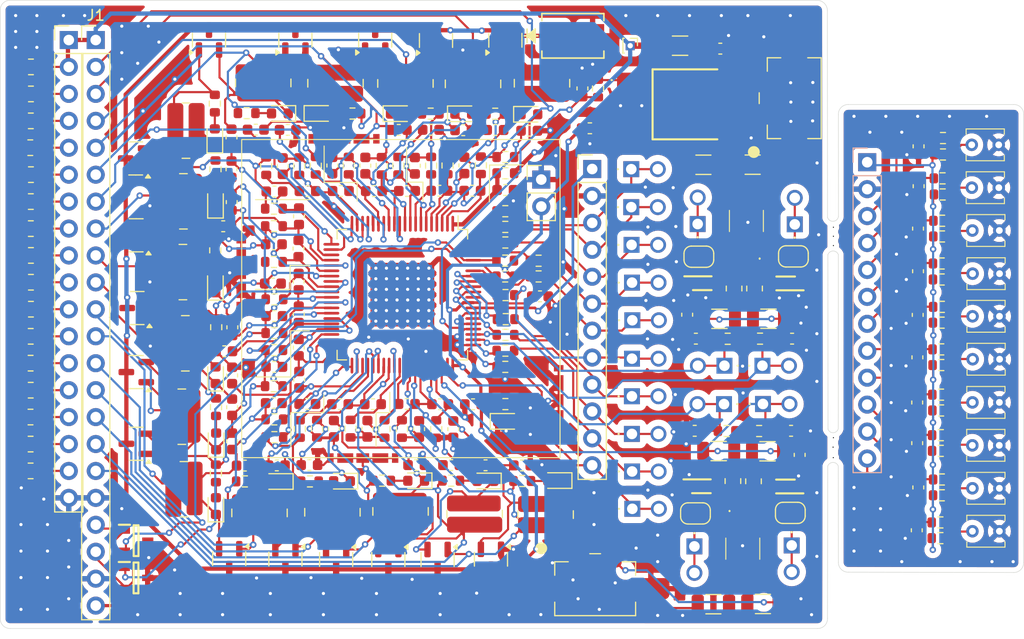
<source format=kicad_pcb>
(kicad_pcb
	(version 20240108)
	(generator "pcbnew")
	(generator_version "8.0")
	(general
		(thickness 1.6)
		(legacy_teardrops no)
	)
	(paper "A4")
	(layers
		(0 "F.Cu" signal)
		(1 "In1.Cu" signal)
		(2 "In2.Cu" signal)
		(31 "B.Cu" signal)
		(32 "B.Adhes" user "B.Adhesive")
		(33 "F.Adhes" user "F.Adhesive")
		(34 "B.Paste" user)
		(35 "F.Paste" user)
		(36 "B.SilkS" user "B.Silkscreen")
		(37 "F.SilkS" user "F.Silkscreen")
		(38 "B.Mask" user)
		(39 "F.Mask" user)
		(40 "Dwgs.User" user "User.Drawings")
		(41 "Cmts.User" user "User.Comments")
		(42 "Eco1.User" user "User.Eco1")
		(43 "Eco2.User" user "User.Eco2")
		(44 "Edge.Cuts" user)
		(45 "Margin" user)
		(46 "B.CrtYd" user "B.Courtyard")
		(47 "F.CrtYd" user "F.Courtyard")
		(48 "B.Fab" user)
		(49 "F.Fab" user)
		(50 "User.1" user)
		(51 "User.2" user)
		(52 "User.3" user)
		(53 "User.4" user)
		(54 "User.5" user)
		(55 "User.6" user)
		(56 "User.7" user)
		(57 "User.8" user)
		(58 "User.9" user)
	)
	(setup
		(stackup
			(layer "F.SilkS"
				(type "Top Silk Screen")
			)
			(layer "F.Paste"
				(type "Top Solder Paste")
			)
			(layer "F.Mask"
				(type "Top Solder Mask")
				(thickness 0.01)
			)
			(layer "F.Cu"
				(type "copper")
				(thickness 0.035)
			)
			(layer "dielectric 1"
				(type "prepreg")
				(thickness 0.1)
				(material "FR4")
				(epsilon_r 4.5)
				(loss_tangent 0.02)
			)
			(layer "In1.Cu"
				(type "copper")
				(thickness 0.035)
			)
			(layer "dielectric 2"
				(type "core")
				(thickness 1.24)
				(material "FR4")
				(epsilon_r 4.5)
				(loss_tangent 0.02)
			)
			(layer "In2.Cu"
				(type "copper")
				(thickness 0.035)
			)
			(layer "dielectric 3"
				(type "prepreg")
				(thickness 0.1)
				(material "FR4")
				(epsilon_r 4.5)
				(loss_tangent 0.02)
			)
			(layer "B.Cu"
				(type "copper")
				(thickness 0.035)
			)
			(layer "B.Mask"
				(type "Bottom Solder Mask")
				(thickness 0.01)
			)
			(layer "B.Paste"
				(type "Bottom Solder Paste")
			)
			(layer "B.SilkS"
				(type "Bottom Silk Screen")
			)
			(copper_finish "None")
			(dielectric_constraints no)
		)
		(pad_to_mask_clearance 0)
		(allow_soldermask_bridges_in_footprints no)
		(pcbplotparams
			(layerselection 0x00010fc_ffffffff)
			(plot_on_all_layers_selection 0x0000000_00000000)
			(disableapertmacros no)
			(usegerberextensions no)
			(usegerberattributes yes)
			(usegerberadvancedattributes yes)
			(creategerberjobfile yes)
			(dashed_line_dash_ratio 12.000000)
			(dashed_line_gap_ratio 3.000000)
			(svgprecision 4)
			(plotframeref no)
			(viasonmask no)
			(mode 1)
			(useauxorigin no)
			(hpglpennumber 1)
			(hpglpenspeed 20)
			(hpglpendiameter 15.000000)
			(pdf_front_fp_property_popups yes)
			(pdf_back_fp_property_popups yes)
			(dxfpolygonmode yes)
			(dxfimperialunits yes)
			(dxfusepcbnewfont yes)
			(psnegative no)
			(psa4output no)
			(plotreference yes)
			(plotvalue yes)
			(plotfptext yes)
			(plotinvisibletext no)
			(sketchpadsonfab no)
			(subtractmaskfromsilk no)
			(outputformat 1)
			(mirror no)
			(drillshape 0)
			(scaleselection 1)
			(outputdirectory "gerber/")
		)
	)
	(net 0 "")
	(net 1 "/FilterBalancingNetwork/CB")
	(net 2 "/FilterBalancingNetwork/CB:A")
	(net 3 "/FilterBalancingNetwork/CA")
	(net 4 "/Cell 15{slash}16")
	(net 5 "/S16P")
	(net 6 "/Cell 15{slash}14")
	(net 7 "/S15P")
	(net 8 "/FilterBalancingNetwork1/CB:A")
	(net 9 "/FilterBalancingNetwork1/CB")
	(net 10 "/FilterBalancingNetwork1/CA")
	(net 11 "/Cell 14{slash}13")
	(net 12 "/S14P")
	(net 13 "/Cell 13{slash}12")
	(net 14 "/S13P")
	(net 15 "/FilterBalancingNetwork2/CB:A")
	(net 16 "/FilterBalancingNetwork2/CB")
	(net 17 "/FilterBalancingNetwork2/CA")
	(net 18 "/Cell 12{slash}11")
	(net 19 "/S12P")
	(net 20 "/S11P")
	(net 21 "/Cell 11{slash}10")
	(net 22 "/FilterBalancingNetwork3/CB:A")
	(net 23 "/FilterBalancingNetwork3/CB")
	(net 24 "/FilterBalancingNetwork3/CA")
	(net 25 "/S10P")
	(net 26 "/Cell 10{slash}9")
	(net 27 "/S9P")
	(net 28 "/Cell 9{slash}8")
	(net 29 "/FilterBalancingNetwork4/CB:A")
	(net 30 "/FilterBalancingNetwork4/CB")
	(net 31 "/FilterBalancingNetwork4/CA")
	(net 32 "/S8P")
	(net 33 "/Cell 8{slash}7")
	(net 34 "/Cell 7{slash}6")
	(net 35 "/S7P")
	(net 36 "/FilterBalancingNetwork5/CB:A")
	(net 37 "/FilterBalancingNetwork5/CB")
	(net 38 "/FilterBalancingNetwork5/CA")
	(net 39 "/S6P")
	(net 40 "/Cell 6{slash}5")
	(net 41 "/Cell 5{slash}4")
	(net 42 "/S5P")
	(net 43 "/FilterBalancingNetwork6/CB")
	(net 44 "/FilterBalancingNetwork6/CB:A")
	(net 45 "/FilterBalancingNetwork6/CA")
	(net 46 "/S4P")
	(net 47 "/Cell 4{slash}3")
	(net 48 "/S3P")
	(net 49 "/FilterBalancingNetwork7/CB:A")
	(net 50 "/FilterBalancingNetwork7/CB")
	(net 51 "/FilterBalancingNetwork7/CA")
	(net 52 "/S2P")
	(net 53 "GND")
	(net 54 "/S1P")
	(net 55 "Net-(U1-V+)")
	(net 56 "Net-(U1-DRIVE)")
	(net 57 "Net-(U1-VREF1)")
	(net 58 "+5V")
	(net 59 "Net-(Q1-C)")
	(net 60 "Net-(U1-IPB)")
	(net 61 "Net-(U1-CSB(IMA))")
	(net 62 "Net-(U1-IMB)")
	(net 63 "Net-(U1-SCK(IPA))")
	(net 64 "Net-(C11-Pad2)")
	(net 65 "Net-(C12-Pad2)")
	(net 66 "Net-(J10-Pin_1)")
	(net 67 "Clamp")
	(net 68 "Net-(J11-Pin_1)")
	(net 69 "Net-(D4-A2)")
	(net 70 "Net-(D5-A2)")
	(net 71 "Net-(D6-A2)")
	(net 72 "Net-(D7-A2)")
	(net 73 "Net-(D18-A)")
	(net 74 "Net-(D21-A)")
	(net 75 "Net-(D22-A)")
	(net 76 "Net-(D8-A)")
	(net 77 "Net-(D9-A)")
	(net 78 "Net-(D10-A)")
	(net 79 "Net-(D25-A)")
	(net 80 "Net-(D26-A)")
	(net 81 "Net-(D13-A)")
	(net 82 "Net-(D14-A)")
	(net 83 "Net-(D29-A)")
	(net 84 "Net-(D30-A)")
	(net 85 "Net-(D17-A)")
	(net 86 "Net-(Q1-E)")
	(net 87 "Net-(Q1-B)")
	(net 88 "VBUS")
	(net 89 "Net-(D33-A)")
	(net 90 "Net-(D34-A)")
	(net 91 "Net-(D37-A)")
	(net 92 "Net-(D38-A)")
	(net 93 "Net-(J5-Pin_9)")
	(net 94 "Net-(J5-Pin_8)")
	(net 95 "/TMP_SDA")
	(net 96 "Net-(J5-Pin_3)")
	(net 97 "/TMP_SCL")
	(net 98 "Net-(J5-Pin_4)")
	(net 99 "Net-(J5-Pin_10)")
	(net 100 "Net-(J5-Pin_5)")
	(net 101 "Net-(J5-Pin_7)")
	(net 102 "Net-(J5-Pin_6)")
	(net 103 "Net-(U1-GPIO1)")
	(net 104 "Net-(U1-GPIO2)")
	(net 105 "Net-(U1-GPIO3)")
	(net 106 "Net-(U1-GPIO6)")
	(net 107 "Net-(U1-GPIO7)")
	(net 108 "Net-(U1-GPIO8)")
	(net 109 "Net-(U1-GPIO9)")
	(net 110 "Net-(U1-GPIO10)")
	(net 111 "Net-(R87-Pad2)")
	(net 112 "/NTC/V_out_1")
	(net 113 "/NTC/V_out_5")
	(net 114 "/NTC/V_out_2")
	(net 115 "/NTC/V_out_6")
	(net 116 "/NTC/V_out_3")
	(net 117 "/NTC/V_out_7")
	(net 118 "/NTC/V_out_4")
	(net 119 "/NTC/V_out_8")
	(net 120 "/NTC/V_out_9")
	(net 121 "/NTC/V_out_10")
	(net 122 "Net-(JP4-B)")
	(net 123 "Net-(JP1-B)")
	(net 124 "Net-(JP3-B)")
	(net 125 "Net-(JP2-B)")
	(net 126 "Net-(JP4-A)")
	(net 127 "Net-(JP1-A)")
	(net 128 "Net-(JP2-A)")
	(net 129 "Net-(JP3-A)")
	(net 130 "Net-(R85-Pad2)")
	(net 131 "Net-(R86-Pad2)")
	(net 132 "Net-(R88-Pad2)")
	(net 133 "Net-(R93-Pad2)")
	(net 134 "Net-(R95-Pad2)")
	(net 135 "Net-(R94-Pad2)")
	(net 136 "Net-(R102-Pad2)")
	(net 137 "Net-(R100-Pad1)")
	(net 138 "Net-(R101-Pad2)")
	(net 139 "unconnected-(U1-NC-Pad66)")
	(net 140 "GND1")
	(net 141 "+5V_NTC")
	(net 142 "Net-(J5-Pin_11)")
	(net 143 "Net-(J5-Pin_12)")
	(net 144 "/C 3{slash}2")
	(net 145 "/Cell 3{slash}2")
	(net 146 "/Cell 2{slash}1")
	(net 147 "/C 5{slash}4")
	(net 148 "/C 7{slash}6")
	(net 149 "/C 13{slash}12")
	(net 150 "/C 14{slash}13")
	(net 151 "/C 11{slash}10")
	(net 152 "/C 15{slash}14")
	(net 153 "/C 4{slash}3")
	(net 154 "/C 9{slash}8")
	(net 155 "/C 6{slash}5")
	(net 156 "/C 8{slash}7")
	(net 157 "/C 12{slash}11")
	(net 158 "/C 15{slash}16")
	(net 159 "/C 10{slash}9")
	(net 160 "/Cell 16")
	(net 161 "/C 2{slash}1")
	(net 162 "+5V_ref2")
	(net 163 "Net-(J11-Pin_3)")
	(net 164 "Net-(J10-Pin_3)")
	(footprint "Resistor_SMD:R_0603_1608Metric" (layer "F.Cu") (at 112.27 75.8 -90))
	(footprint "Resistor_SMD:R_0805_2012Metric" (layer "F.Cu") (at 161.2 93.24 90))
	(footprint "Resistor_SMD:R_0805_2012Metric" (layer "F.Cu") (at 94.91 110.44))
	(footprint "Capacitor_SMD:C_0603_1608Metric" (layer "F.Cu") (at 167.38 108.93 90))
	(footprint "Capacitor_SMD:C_0603_1608Metric" (layer "F.Cu") (at 178.585 79.83 -90))
	(footprint "Connector_PinHeader_2.54mm:PinHeader_1x22_P2.54mm_Vertical" (layer "F.Cu") (at 101.0475 69.805))
	(footprint "Resistor_SMD:R_0603_1608Metric" (layer "F.Cu") (at 117.88 105.58))
	(footprint "Resistor_SMD:R_1206_3216Metric" (layer "F.Cu") (at 156.11 70.34))
	(footprint "Slave:5025" (layer "F.Cu") (at 151.57 103.405))
	(footprint "Slave:Balancing" (layer "F.Cu") (at 122.8 114.34 90))
	(footprint "LED_SMD:LED_0603_1608Metric" (layer "F.Cu") (at 139.71 105.77))
	(footprint "Slave:SMBJ75A-13-F" (layer "F.Cu") (at 146.01 69.41))
	(footprint "Capacitor_SMD:C_0603_1608Metric" (layer "F.Cu") (at 178.535 91.61 -90))
	(footprint "Slave:5025" (layer "F.Cu") (at 160.29 100.52 180))
	(footprint "Capacitor_SMD:C_0603_1608Metric" (layer "F.Cu") (at 130.38 84.04 180))
	(footprint "Resistor_SMD:R_0603_1608Metric" (layer "F.Cu") (at 124.89 81.65 -90))
	(footprint "Slave:Balancing" (layer "F.Cu") (at 115.93 114.4 90))
	(footprint "Slave:5025" (layer "F.Cu") (at 151.59 110.495))
	(footprint "Slave:5025" (layer "F.Cu") (at 151.54 89.125))
	(footprint "Package_TO_SOT_SMD:SOT-23" (layer "F.Cu") (at 133.11 69.85 90))
	(footprint "Resistor_SMD:R_0805_2012Metric" (layer "F.Cu") (at 94.93 87.59))
	(footprint "Resistor_SMD:R_0603_1608Metric" (layer "F.Cu") (at 180.885 79.05 180))
	(footprint "Resistor_SMD:R_0603_1608Metric" (layer "F.Cu") (at 117.89 94.26))
	(footprint "Resistor_SMD:R_0805_2012Metric" (layer "F.Cu") (at 94.92 102.83))
	(footprint "Slave:NTCLE203E3103JB0" (layer "F.Cu") (at 183.595 79.69))
	(footprint "Resistor_SMD:R_0603_1608Metric" (layer "F.Cu") (at 160.5 106.68))
	(footprint "Package_TO_SOT_SMD:SOT-23" (layer "F.Cu") (at 138.29 118.77 -90))
	(footprint "Resistor_SMD:R_0603_1608Metric" (layer "F.Cu") (at 139.68 96.13))
	(footprint "LED_SMD:LED_0603_1608Metric" (layer "F.Cu") (at 144.435001 111.349998 180))
	(footprint "Jumper:SolderJumper-2_P1.3mm_Open_RoundedPad1.0x1.5mm" (layer "F.Cu") (at 157.56 114.45 180))
	(footprint "Resistor_SMD:R_0603_1608Metric" (layer "F.Cu") (at 112.31 89.64 -90))
	(footprint "Resistor_SMD:R_0603_1608Metric" (layer "F.Cu") (at 139.64 85.95))
	(footprint "Inductor_SMD:L_0603_1608Metric" (layer "F.Cu") (at 147.61 78.13 180))
	(footprint "LED_SMD:LED_0603_1608Metric" (layer "F.Cu") (at 112.37 113.76 90))
	(footprint "Package_TO_SOT_SMD:SOT-23" (layer "F.Cu") (at 119.86 69.82 90))
	(footprint "Capacitor_SMD:C_0603_1608Metric" (layer "F.Cu") (at 127.26 84.05 180))
	(footprint "Resistor_SMD:R_0603_1608Metric" (layer "F.Cu") (at 112.33 81.99 -90))
	(footprint "Capacitor_SMD:C_0603_1608Metric" (layer "F.Cu") (at 113.06 87.37 180))
	(footprint "Capacitor_SMD:C_1206_3216Metric"
		(layer "F.Cu")
		(uuid "2a3e99d7-2a68-4a1d-ae24-47d06b1c5f10")
		(at 159.25 123.01 180)
		(descr "Capacitor SMD 1206 (3216 Metric), square (rectangular) end terminal, IPC_7351 nominal, (Body size source: IPC-SM-782 page 76, https://www.pcb-3d.com/wordpress/wp-content/uploads/ipc-sm-782a_amendment_1_and_2.pdf), generated with kicad-footprint-generator")
		(tags "capacitor")
		(property "Reference" "C16"
			(at 4.17 0 0)
			(layer "F.SilkS")
			(hide yes)
			(uuid "4e68dc27-4470-4ca9-a6df-2d1f5b8ffbee")
			(effects
				(font
					(size 1 1)
					(thickness 0.15)
				)
			)
		)
		(property "Value" "22n"
			(at 0 1.85 180)
			(layer "F.Fab")
			(hide yes)
			(uuid "a5c37554-1339-460c-84de-933ff46b48e1")
			(effects
				(font
					(size 1 1)
					(thickness 0.15)
				)
			)
		)
		(property "Footprint" "Capacitor_SMD:C_1206_3216Metric"
			(at 0 0 180)
			(unlocked yes)
			(layer "F.Fab")
			(hide yes)
			(uuid "21e84e95-7e1b-44cc-bfd6-92247417b325")
			(effects
				(font
					(size 1.27 1.27)
				)
			)
		)
		(property "Datasheet" ""
			(at 0 0 180)
			(unlocked yes)
			(layer "F.Fab")
			(hide yes)
			(uuid "43ab8ee8-79c5-4348-bc2b-5f4d50f58d7f")
			(effects
				(font
					(size 1.27 1.27)
				)
			)
		)
		(property "Description" "Unpolarized capacitor"
			(at 0 0 180)
			(unlocked yes)
			(layer "F.Fab")
			(hide yes)
			(uuid "333b5c61-7f86-4c53-afb2-9de004ac0c9e")
			(effects
				(font
					(size 1.27 1.27)
				)
			)
		)
		(property ki_fp_filters "C_*")
		(path "/403dc6bc-5d00-4d33-a485-302a23f5db50")
		(sheetname "Stammblatt")
		(sheetfile "FT25_AMS_Slave.kicad_sch")
		(attr smd)
		(fp_line
			(start -0.711252 0.91)
			(end 0.711252 0.91)
			(stroke
				(width 0.12)
				(type solid)
			)
			(layer "F.SilkS")
			(uuid "b7ef29da-d5de-4023-9401
... [3084167 chars truncated]
</source>
